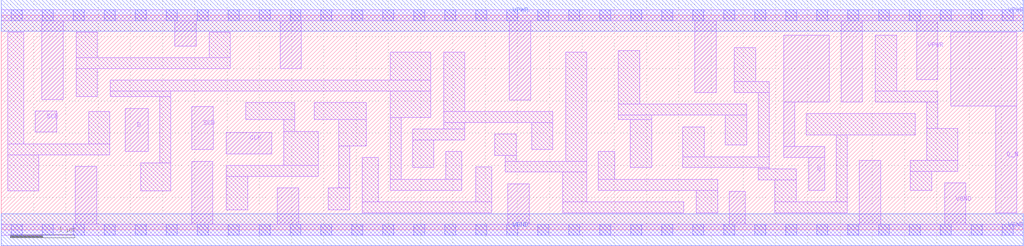
<source format=lef>
# Copyright 2020 The SkyWater PDK Authors
#
# Licensed under the Apache License, Version 2.0 (the "License");
# you may not use this file except in compliance with the License.
# You may obtain a copy of the License at
#
#     https://www.apache.org/licenses/LICENSE-2.0
#
# Unless required by applicable law or agreed to in writing, software
# distributed under the License is distributed on an "AS IS" BASIS,
# WITHOUT WARRANTIES OR CONDITIONS OF ANY KIND, either express or implied.
# See the License for the specific language governing permissions and
# limitations under the License.
#
# SPDX-License-Identifier: Apache-2.0

VERSION 5.7 ;
  NAMESCASESENSITIVE ON ;
  NOWIREEXTENSIONATPIN ON ;
  DIVIDERCHAR "/" ;
  BUSBITCHARS "[]" ;
UNITS
  DATABASE MICRONS 200 ;
END UNITS
MACRO sky130_fd_sc_lp__sdfxbp_lp
  CLASS CORE ;
  SOURCE USER ;
  FOREIGN sky130_fd_sc_lp__sdfxbp_lp ;
  ORIGIN  0.000000  0.000000 ;
  SIZE  15.84000 BY  3.330000 ;
  SYMMETRY X Y R90 ;
  SITE unit ;
  PIN D
    ANTENNAGATEAREA  0.313000 ;
    DIRECTION INPUT ;
    USE SIGNAL ;
    PORT
      LAYER li1 ;
        RECT 1.925000 1.215000 2.275000 1.885000 ;
    END
  END D
  PIN Q
    ANTENNADIFFAREA  0.396300 ;
    DIRECTION OUTPUT ;
    USE SIGNAL ;
    PORT
      LAYER li1 ;
        RECT 12.125000 1.125000 12.760000 1.295000 ;
        RECT 12.125000 1.295000 12.295000 1.985000 ;
        RECT 12.125000 1.985000 12.835000 3.025000 ;
        RECT 12.510000 0.615000 12.760000 1.125000 ;
    END
  END Q
  PIN Q_N
    ANTENNADIFFAREA  0.398400 ;
    DIRECTION OUTPUT ;
    USE SIGNAL ;
    PORT
      LAYER li1 ;
        RECT 14.715000 1.920000 15.740000 3.065000 ;
        RECT 15.410000 0.265000 15.740000 1.920000 ;
    END
  END Q_N
  PIN SCD
    ANTENNAGATEAREA  0.313000 ;
    DIRECTION INPUT ;
    USE SIGNAL ;
    PORT
      LAYER li1 ;
        RECT 2.955000 1.245000 3.285000 1.915000 ;
    END
  END SCD
  PIN SCE
    ANTENNAGATEAREA  0.689000 ;
    DIRECTION INPUT ;
    USE SIGNAL ;
    PORT
      LAYER li1 ;
        RECT 0.530000 1.515000 0.860000 1.845000 ;
    END
  END SCE
  PIN CLK
    ANTENNAGATEAREA  0.376000 ;
    DIRECTION INPUT ;
    USE CLOCK ;
    PORT
      LAYER li1 ;
        RECT 3.485000 1.180000 4.195000 1.510000 ;
    END
  END CLK
  PIN VGND
    DIRECTION INOUT ;
    USE GROUND ;
    PORT
      LAYER li1 ;
        RECT  0.000000 -0.085000 15.840000 0.085000 ;
        RECT  1.150000  0.085000  1.480000 0.985000 ;
        RECT  2.950000  0.085000  3.280000 1.065000 ;
        RECT  4.280000  0.085000  4.610000 0.650000 ;
        RECT  7.850000  0.085000  8.180000 0.715000 ;
        RECT 11.280000  0.085000 11.530000 0.595000 ;
        RECT 13.300000  0.085000 13.630000 1.075000 ;
        RECT 14.620000  0.085000 14.950000 0.725000 ;
      LAYER mcon ;
        RECT  0.155000 -0.085000  0.325000 0.085000 ;
        RECT  0.635000 -0.085000  0.805000 0.085000 ;
        RECT  1.115000 -0.085000  1.285000 0.085000 ;
        RECT  1.595000 -0.085000  1.765000 0.085000 ;
        RECT  2.075000 -0.085000  2.245000 0.085000 ;
        RECT  2.555000 -0.085000  2.725000 0.085000 ;
        RECT  3.035000 -0.085000  3.205000 0.085000 ;
        RECT  3.515000 -0.085000  3.685000 0.085000 ;
        RECT  3.995000 -0.085000  4.165000 0.085000 ;
        RECT  4.475000 -0.085000  4.645000 0.085000 ;
        RECT  4.955000 -0.085000  5.125000 0.085000 ;
        RECT  5.435000 -0.085000  5.605000 0.085000 ;
        RECT  5.915000 -0.085000  6.085000 0.085000 ;
        RECT  6.395000 -0.085000  6.565000 0.085000 ;
        RECT  6.875000 -0.085000  7.045000 0.085000 ;
        RECT  7.355000 -0.085000  7.525000 0.085000 ;
        RECT  7.835000 -0.085000  8.005000 0.085000 ;
        RECT  8.315000 -0.085000  8.485000 0.085000 ;
        RECT  8.795000 -0.085000  8.965000 0.085000 ;
        RECT  9.275000 -0.085000  9.445000 0.085000 ;
        RECT  9.755000 -0.085000  9.925000 0.085000 ;
        RECT 10.235000 -0.085000 10.405000 0.085000 ;
        RECT 10.715000 -0.085000 10.885000 0.085000 ;
        RECT 11.195000 -0.085000 11.365000 0.085000 ;
        RECT 11.675000 -0.085000 11.845000 0.085000 ;
        RECT 12.155000 -0.085000 12.325000 0.085000 ;
        RECT 12.635000 -0.085000 12.805000 0.085000 ;
        RECT 13.115000 -0.085000 13.285000 0.085000 ;
        RECT 13.595000 -0.085000 13.765000 0.085000 ;
        RECT 14.075000 -0.085000 14.245000 0.085000 ;
        RECT 14.555000 -0.085000 14.725000 0.085000 ;
        RECT 15.035000 -0.085000 15.205000 0.085000 ;
        RECT 15.515000 -0.085000 15.685000 0.085000 ;
      LAYER met1 ;
        RECT 0.000000 -0.245000 15.840000 0.245000 ;
    END
  END VGND
  PIN VPWR
    DIRECTION INOUT ;
    USE POWER ;
    PORT
      LAYER li1 ;
        RECT  0.000000 3.245000 15.840000 3.415000 ;
        RECT  0.630000 2.025000  0.960000 3.245000 ;
        RECT  2.690000 2.855000  3.020000 3.245000 ;
        RECT  4.320000 2.505000  4.650000 3.245000 ;
        RECT  7.875000 2.015000  8.205000 3.245000 ;
        RECT 10.750000 2.130000 11.080000 3.245000 ;
        RECT 13.015000 1.985000 13.345000 3.245000 ;
        RECT 14.185000 2.335000 14.515000 3.245000 ;
      LAYER mcon ;
        RECT  0.155000 3.245000  0.325000 3.415000 ;
        RECT  0.635000 3.245000  0.805000 3.415000 ;
        RECT  1.115000 3.245000  1.285000 3.415000 ;
        RECT  1.595000 3.245000  1.765000 3.415000 ;
        RECT  2.075000 3.245000  2.245000 3.415000 ;
        RECT  2.555000 3.245000  2.725000 3.415000 ;
        RECT  3.035000 3.245000  3.205000 3.415000 ;
        RECT  3.515000 3.245000  3.685000 3.415000 ;
        RECT  3.995000 3.245000  4.165000 3.415000 ;
        RECT  4.475000 3.245000  4.645000 3.415000 ;
        RECT  4.955000 3.245000  5.125000 3.415000 ;
        RECT  5.435000 3.245000  5.605000 3.415000 ;
        RECT  5.915000 3.245000  6.085000 3.415000 ;
        RECT  6.395000 3.245000  6.565000 3.415000 ;
        RECT  6.875000 3.245000  7.045000 3.415000 ;
        RECT  7.355000 3.245000  7.525000 3.415000 ;
        RECT  7.835000 3.245000  8.005000 3.415000 ;
        RECT  8.315000 3.245000  8.485000 3.415000 ;
        RECT  8.795000 3.245000  8.965000 3.415000 ;
        RECT  9.275000 3.245000  9.445000 3.415000 ;
        RECT  9.755000 3.245000  9.925000 3.415000 ;
        RECT 10.235000 3.245000 10.405000 3.415000 ;
        RECT 10.715000 3.245000 10.885000 3.415000 ;
        RECT 11.195000 3.245000 11.365000 3.415000 ;
        RECT 11.675000 3.245000 11.845000 3.415000 ;
        RECT 12.155000 3.245000 12.325000 3.415000 ;
        RECT 12.635000 3.245000 12.805000 3.415000 ;
        RECT 13.115000 3.245000 13.285000 3.415000 ;
        RECT 13.595000 3.245000 13.765000 3.415000 ;
        RECT 14.075000 3.245000 14.245000 3.415000 ;
        RECT 14.555000 3.245000 14.725000 3.415000 ;
        RECT 15.035000 3.245000 15.205000 3.415000 ;
        RECT 15.515000 3.245000 15.685000 3.415000 ;
      LAYER met1 ;
        RECT 0.000000 3.085000 15.840000 3.575000 ;
    END
  END VPWR
  OBS
    LAYER li1 ;
      RECT  0.100000 0.605000  0.580000 1.165000 ;
      RECT  0.100000 1.165000  1.685000 1.335000 ;
      RECT  0.100000 1.335000  0.350000 3.065000 ;
      RECT  1.160000 2.065000  1.490000 2.505000 ;
      RECT  1.160000 2.505000  3.550000 2.675000 ;
      RECT  1.160000 2.675000  1.490000 3.065000 ;
      RECT  1.355000 1.335000  1.685000 1.835000 ;
      RECT  1.690000 2.065000  2.625000 2.155000 ;
      RECT  1.690000 2.155000  6.655000 2.325000 ;
      RECT  2.160000 0.605000  2.625000 1.035000 ;
      RECT  2.455000 1.035000  2.625000 2.065000 ;
      RECT  3.220000 2.675000  3.550000 3.065000 ;
      RECT  3.490000 0.310000  3.820000 0.830000 ;
      RECT  3.490000 0.830000  4.910000 1.000000 ;
      RECT  3.790000 1.715000  4.545000 1.975000 ;
      RECT  4.375000 1.000000  4.910000 1.530000 ;
      RECT  4.375000 1.530000  4.545000 1.715000 ;
      RECT  4.850000 1.715000  5.660000 1.975000 ;
      RECT  5.070000 0.310000  5.400000 0.650000 ;
      RECT  5.230000 0.650000  5.400000 1.305000 ;
      RECT  5.230000 1.305000  5.660000 1.715000 ;
      RECT  5.595000 0.265000  7.605000 0.435000 ;
      RECT  5.595000 0.435000  5.845000 1.125000 ;
      RECT  6.025000 0.615000  7.135000 0.785000 ;
      RECT  6.025000 0.785000  6.195000 1.745000 ;
      RECT  6.025000 1.745000  6.655000 2.155000 ;
      RECT  6.025000 2.325000  6.655000 2.755000 ;
      RECT  6.375000 0.965000  6.705000 1.395000 ;
      RECT  6.375000 1.395000  7.185000 1.565000 ;
      RECT  6.855000 1.565000  7.185000 1.665000 ;
      RECT  6.855000 1.665000  8.550000 1.835000 ;
      RECT  6.855000 1.835000  7.185000 2.755000 ;
      RECT  6.885000 0.785000  7.135000 1.215000 ;
      RECT  7.355000 0.435000  7.605000 0.975000 ;
      RECT  7.650000 1.155000  7.980000 1.485000 ;
      RECT  7.810000 0.895000  9.075000 1.065000 ;
      RECT  7.810000 1.065000  7.980000 1.155000 ;
      RECT  8.220000 1.245000  8.550000 1.665000 ;
      RECT  8.705000 0.265000 10.575000 0.435000 ;
      RECT  8.705000 0.435000  9.075000 0.895000 ;
      RECT  8.745000 1.065000  9.075000 2.755000 ;
      RECT  9.255000 0.615000 11.100000 0.785000 ;
      RECT  9.255000 0.785000  9.505000 1.215000 ;
      RECT  9.565000 1.715000 10.080000 1.780000 ;
      RECT  9.565000 1.780000 11.550000 1.950000 ;
      RECT  9.565000 1.950000  9.895000 2.780000 ;
      RECT  9.750000 0.965000 10.080000 1.715000 ;
      RECT 10.565000 0.965000 11.900000 1.135000 ;
      RECT 10.565000 1.135000 10.895000 1.600000 ;
      RECT 10.770000 0.265000 11.100000 0.615000 ;
      RECT 11.220000 1.315000 11.550000 1.780000 ;
      RECT 11.360000 2.130000 11.900000 2.300000 ;
      RECT 11.360000 2.300000 11.690000 2.825000 ;
      RECT 11.730000 0.775000 12.320000 0.945000 ;
      RECT 11.730000 0.945000 11.900000 0.965000 ;
      RECT 11.730000 1.135000 11.900000 2.130000 ;
      RECT 11.990000 0.265000 13.110000 0.435000 ;
      RECT 11.990000 0.435000 12.320000 0.775000 ;
      RECT 12.475000 1.475000 14.165000 1.805000 ;
      RECT 12.940000 0.435000 13.110000 1.475000 ;
      RECT 13.545000 1.985000 14.515000 2.155000 ;
      RECT 13.545000 2.155000 13.875000 3.025000 ;
      RECT 14.090000 0.615000 14.420000 0.905000 ;
      RECT 14.090000 0.905000 14.825000 1.075000 ;
      RECT 14.345000 1.075000 14.825000 1.575000 ;
      RECT 14.345000 1.575000 14.515000 1.985000 ;
  END
END sky130_fd_sc_lp__sdfxbp_lp

</source>
